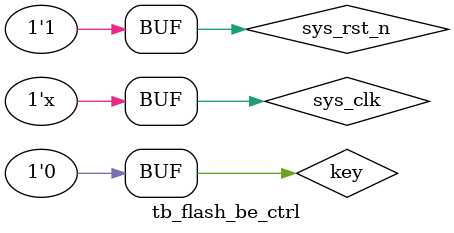
<source format=v>
`timescale  1ns/1ns

module  tb_flash_be_ctrl();

//wire  define
wire            cs_n    ;   //Flash片选信号
wire            sck     ;   //Flash串行时钟
wire            mosi    ;   //Flash主输出从输入信号

//reg   define
reg     sys_clk     ;   //模拟时钟信号
reg     sys_rst_n   ;   //模拟复位信号
reg     key         ;   //模拟全擦除触发信号

//时钟、复位信号、模拟按键信号
initial
    begin
        sys_clk     =   1'b1;
        sys_rst_n   <=  1'b0;
        key <=  1'b0;
        #100
        sys_rst_n   <=  1'b1;
        #1000
        key <=  1'b1;
        #20
        key <=  1'b0;
    end

always  #10 sys_clk <=  ~sys_clk;   //模拟时钟,频率50MHz

//写入Flash仿真模型初始值(全F)
defparam memory.mem_access.initfile = "initmemory.txt";

//------------- flash_be_ctrl_inst -------------
flash_be_ctrl  flash_be_ctrl_inst
(
    .sys_clk    (sys_clk    ),  //输入系统时钟,频率50MHz,1bit
    .sys_rst_n  (sys_rst_n  ),  //输入复位信号,低电平有效,1bit
    .key        (key        ),  //按键输入信号,1bit

    .sck        (sck        ),  //输出串行时钟,1bit
    .cs_n       (cs_n       ),  //输出片选信号,1bit
    .mosi       (mosi       )   //输出主输出从输入数据,1bit
);

//------------- memory -------------
m25p16  memory
(
    .c          (sck    ),  //输入串行时钟,频率12.5Mhz,1bit
    .data_in    (mosi   ),  //输入串行指令或数据,1bit
    .s          (cs_n   ),  //输入片选信号,1bit
    .w          (1'b1   ),  //输入写保护信号,低有效,1bit
    .hold       (1'b1   ),  //输入hold信号,低有效,1bit

    .data_out   (       )   //输出串行数据
);

endmodule

</source>
